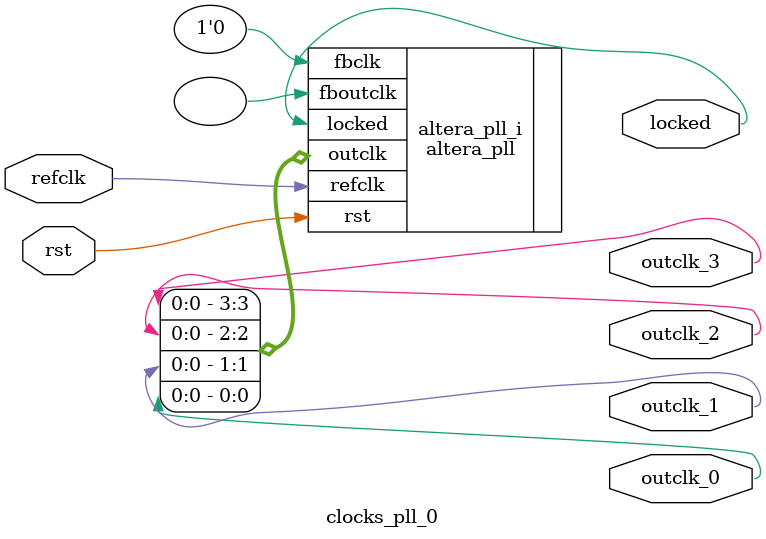
<source format=v>
`timescale 1ns/10ps
module  clocks_pll_0(

	// interface 'refclk'
	input wire refclk,

	// interface 'reset'
	input wire rst,

	// interface 'outclk0'
	output wire outclk_0,

	// interface 'outclk1'
	output wire outclk_1,

	// interface 'outclk2'
	output wire outclk_2,

	// interface 'outclk3'
	output wire outclk_3,

	// interface 'locked'
	output wire locked
);

	altera_pll #(
		.fractional_vco_multiplier("false"),
		.reference_clock_frequency("50.0 MHz"),
		.operation_mode("direct"),
		.number_of_clocks(4),
		.output_clock_frequency0("50.000000 MHz"),
		.phase_shift0("0 ps"),
		.duty_cycle0(50),
		.output_clock_frequency1("100.000000 MHz"),
		.phase_shift1("0 ps"),
		.duty_cycle1(50),
		.output_clock_frequency2("60.000000 MHz"),
		.phase_shift2("0 ps"),
		.duty_cycle2(50),
		.output_clock_frequency3("10.000000 MHz"),
		.phase_shift3("0 ps"),
		.duty_cycle3(50),
		.output_clock_frequency4("0 MHz"),
		.phase_shift4("0 ps"),
		.duty_cycle4(50),
		.output_clock_frequency5("0 MHz"),
		.phase_shift5("0 ps"),
		.duty_cycle5(50),
		.output_clock_frequency6("0 MHz"),
		.phase_shift6("0 ps"),
		.duty_cycle6(50),
		.output_clock_frequency7("0 MHz"),
		.phase_shift7("0 ps"),
		.duty_cycle7(50),
		.output_clock_frequency8("0 MHz"),
		.phase_shift8("0 ps"),
		.duty_cycle8(50),
		.output_clock_frequency9("0 MHz"),
		.phase_shift9("0 ps"),
		.duty_cycle9(50),
		.output_clock_frequency10("0 MHz"),
		.phase_shift10("0 ps"),
		.duty_cycle10(50),
		.output_clock_frequency11("0 MHz"),
		.phase_shift11("0 ps"),
		.duty_cycle11(50),
		.output_clock_frequency12("0 MHz"),
		.phase_shift12("0 ps"),
		.duty_cycle12(50),
		.output_clock_frequency13("0 MHz"),
		.phase_shift13("0 ps"),
		.duty_cycle13(50),
		.output_clock_frequency14("0 MHz"),
		.phase_shift14("0 ps"),
		.duty_cycle14(50),
		.output_clock_frequency15("0 MHz"),
		.phase_shift15("0 ps"),
		.duty_cycle15(50),
		.output_clock_frequency16("0 MHz"),
		.phase_shift16("0 ps"),
		.duty_cycle16(50),
		.output_clock_frequency17("0 MHz"),
		.phase_shift17("0 ps"),
		.duty_cycle17(50),
		.pll_type("General"),
		.pll_subtype("General")
	) altera_pll_i (
		.rst	(rst),
		.outclk	({outclk_3, outclk_2, outclk_1, outclk_0}),
		.locked	(locked),
		.fboutclk	( ),
		.fbclk	(1'b0),
		.refclk	(refclk)
	);
endmodule


</source>
